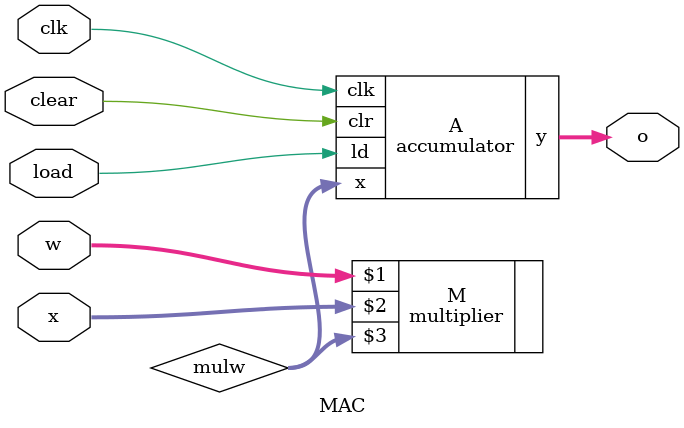
<source format=v>


module accumulator(x,y,clr,clk,ld);
  input[7:0] x;
  output reg[9:0] y;
  wire[9:0] y_temp;
  input clr,clk,ld;
  mux_mac mux(y_temp,y,x,clr,ld);
  always@(posedge clk)
    y=y_temp;
  //mux_2X1_4bit mux(y,10'd0,y+x,ld,clk);  
  /*always@(posedge clk )
    begin
       if(clr)y<=10'b00000000;
       else if(ld) y<=y+x;
    end   */ 
endmodule
/*
Purpose: The accumulator module is designed to accumulate (y = y + x) a value x into y based on control signals clr, clk, and ld.


Inputs:
x (8-bit input): Value to be added to the accumulator y.
clr (control input): Clears the accumulator (y set to 0) when high.
clk (clock input): Clock signal for synchronous operation.
ld (load input): When high, loads x into y.


Outputs:
y (10-bit output): Accumulated value.


*/
/*
multiplier module
Purpose: Computes the multiplication of two 4-bit inputs a and b.
Inputs:
a, b (4-bit inputs): Values to be multiplied.
Outputs:
result (8-bit output): Result of a * b.
*/




module MAC(w,x,o,clk,load,clear);
  input[3:0]w,x;
  input clk;
  input clear;
  input load;
  wire[7:0] mulw;
  
 
 // reg [7:0]mul;
  
  output [9:0] o;
  accumulator A(mulw,o,clear,clk,load);
  multiplier M(w,x,mulw);  
  
  
endmodule  
/*
mac module explanation 
Purpose: Combines the accumulator and multiplier modules to create a Multiply-Accumulate (MAC) unit.


Inputs:
w, x (4-bit inputs): Inputs to the multiplier.
clk (clock input): Common clock for synchronous operation.
clear (control input): Clears the accumulator (o set to 0) when high.
load (control input): Loads the result of multiplication (mulw) into the accumulator when high.


Outputs:
o (10-bit output): Accumulated result from the accumulator.
  
*/  

/*module mac_test();
    reg[3:0] w,x;
    reg clk,load,clear;
    wire[7:0] o;
    initial
        clk=1'b0;
    always  
        #5 clk=~clk;  
    MAC m(w,x,o,clk,load,clear);
    initial
        clear=1;      
    initial
        begin
          #3 x<=4'b1111;w<=4'b1111;load<=1;clear<=0;
          #10 x<=4'b0010;w<=4'b0011;
          #10 x<=4'b0011;w<=4'b0101;
          #10 x<=4'b0001;w<=4'b1000;
          #10   load<=0;
        end
    
            
    initial
        $monitor($time," acc_value=%d",o);        
    initial
     #51 $finish;

endmodule
used for testing 
*/

/*
addition notes 
1)The code also includes commented-out sections (initial blocks) which seem intended for simulation.
2)A testbench module (mac_test) is also partially provided in comments, which would verify the functionality of MAC.

*/

</source>
